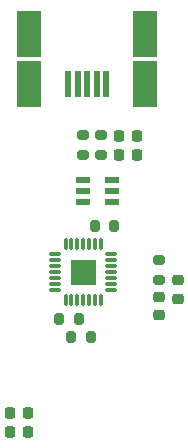
<source format=gbr>
%TF.GenerationSoftware,KiCad,Pcbnew,8.0.9-8.0.9-0~ubuntu24.04.1*%
%TF.CreationDate,2025-06-01T20:42:16+03:00*%
%TF.ProjectId,Telemetry,54656c65-6d65-4747-9279-2e6b69636164,rev?*%
%TF.SameCoordinates,Original*%
%TF.FileFunction,Paste,Top*%
%TF.FilePolarity,Positive*%
%FSLAX46Y46*%
G04 Gerber Fmt 4.6, Leading zero omitted, Abs format (unit mm)*
G04 Created by KiCad (PCBNEW 8.0.9-8.0.9-0~ubuntu24.04.1) date 2025-06-01 20:42:16*
%MOMM*%
%LPD*%
G01*
G04 APERTURE LIST*
G04 Aperture macros list*
%AMRoundRect*
0 Rectangle with rounded corners*
0 $1 Rounding radius*
0 $2 $3 $4 $5 $6 $7 $8 $9 X,Y pos of 4 corners*
0 Add a 4 corners polygon primitive as box body*
4,1,4,$2,$3,$4,$5,$6,$7,$8,$9,$2,$3,0*
0 Add four circle primitives for the rounded corners*
1,1,$1+$1,$2,$3*
1,1,$1+$1,$4,$5*
1,1,$1+$1,$6,$7*
1,1,$1+$1,$8,$9*
0 Add four rect primitives between the rounded corners*
20,1,$1+$1,$2,$3,$4,$5,0*
20,1,$1+$1,$4,$5,$6,$7,0*
20,1,$1+$1,$6,$7,$8,$9,0*
20,1,$1+$1,$8,$9,$2,$3,0*%
G04 Aperture macros list end*
%ADD10C,0.010000*%
%ADD11RoundRect,0.225000X-0.225000X-0.250000X0.225000X-0.250000X0.225000X0.250000X-0.225000X0.250000X0*%
%ADD12RoundRect,0.032500X0.452500X0.097500X-0.452500X0.097500X-0.452500X-0.097500X0.452500X-0.097500X0*%
%ADD13RoundRect,0.032500X0.097500X0.452500X-0.097500X0.452500X-0.097500X-0.452500X0.097500X-0.452500X0*%
%ADD14RoundRect,0.200000X-0.200000X-0.275000X0.200000X-0.275000X0.200000X0.275000X-0.200000X0.275000X0*%
%ADD15R,0.508000X2.260600*%
%ADD16R,2.057400X3.987800*%
%ADD17RoundRect,0.200000X-0.275000X0.200000X-0.275000X-0.200000X0.275000X-0.200000X0.275000X0.200000X0*%
%ADD18RoundRect,0.200000X0.200000X0.275000X-0.200000X0.275000X-0.200000X-0.275000X0.200000X-0.275000X0*%
%ADD19RoundRect,0.200000X0.275000X-0.200000X0.275000X0.200000X-0.275000X0.200000X-0.275000X-0.200000X0*%
%ADD20RoundRect,0.225000X-0.250000X0.225000X-0.250000X-0.225000X0.250000X-0.225000X0.250000X0.225000X0*%
%ADD21RoundRect,0.218750X0.256250X-0.218750X0.256250X0.218750X-0.256250X0.218750X-0.256250X-0.218750X0*%
%ADD22RoundRect,0.073750X-0.531250X-0.221250X0.531250X-0.221250X0.531250X0.221250X-0.531250X0.221250X0*%
G04 APERTURE END LIST*
D10*
%TO.C,U2*%
X120530000Y-79250000D02*
X118530000Y-79250000D01*
X118530000Y-77250000D01*
X120530000Y-77250000D01*
X120530000Y-79250000D01*
G36*
X120530000Y-79250000D02*
G01*
X118530000Y-79250000D01*
X118530000Y-77250000D01*
X120530000Y-77250000D01*
X120530000Y-79250000D01*
G37*
%TD*%
D11*
%TO.C,C5*%
X113310000Y-91770000D03*
X114860000Y-91770000D03*
%TD*%
%TO.C,C4*%
X113310000Y-90210000D03*
X114860000Y-90210000D03*
%TD*%
D12*
%TO.C,U2*%
X121900000Y-79750000D03*
X121900000Y-79250000D03*
X121900000Y-78750000D03*
X121900000Y-78250000D03*
X121900000Y-77750000D03*
X121900000Y-77250000D03*
X121900000Y-76750000D03*
D13*
X121030000Y-75880000D03*
X120530000Y-75880000D03*
X120030000Y-75880000D03*
X119530000Y-75880000D03*
X119030000Y-75880000D03*
X118530000Y-75880000D03*
X118030000Y-75880000D03*
D12*
X117160000Y-76750000D03*
X117160000Y-77250000D03*
X117160000Y-77750000D03*
X117160000Y-78250000D03*
X117160000Y-78750000D03*
X117160000Y-79250000D03*
X117160000Y-79750000D03*
D13*
X118030000Y-80620000D03*
X118530000Y-80620000D03*
X119030000Y-80620000D03*
X119530000Y-80620000D03*
X120030000Y-80620000D03*
X120530000Y-80620000D03*
X121030000Y-80620000D03*
%TD*%
D11*
%TO.C,C1*%
X122545000Y-66750000D03*
X124095000Y-66750000D03*
%TD*%
D14*
%TO.C,R5*%
X118495000Y-83750000D03*
X120145000Y-83750000D03*
%TD*%
D15*
%TO.C,J1*%
X121470000Y-62320800D03*
X120670000Y-62320800D03*
X119870000Y-62320800D03*
X119070000Y-62320800D03*
X118270000Y-62320800D03*
D16*
X124795000Y-62295800D03*
X114945000Y-62295800D03*
X124795000Y-58095800D03*
X114945000Y-58095800D03*
%TD*%
D17*
%TO.C,R2*%
X119470000Y-66675000D03*
X119470000Y-68325000D03*
%TD*%
D18*
%TO.C,R3*%
X122170000Y-74350000D03*
X120520000Y-74350000D03*
%TD*%
D19*
%TO.C,R1*%
X121020000Y-68325000D03*
X121020000Y-66675000D03*
%TD*%
D20*
%TO.C,C3*%
X127570000Y-78950000D03*
X127570000Y-80500000D03*
%TD*%
D11*
%TO.C,C2*%
X122545000Y-68300000D03*
X124095000Y-68300000D03*
%TD*%
D14*
%TO.C,R6*%
X117495000Y-82200000D03*
X119145000Y-82200000D03*
%TD*%
D21*
%TO.C,D1*%
X125970000Y-81900000D03*
X125970000Y-80325000D03*
%TD*%
D17*
%TO.C,R4*%
X125970000Y-77250000D03*
X125970000Y-78900000D03*
%TD*%
D22*
%TO.C,U1*%
X119465000Y-70450000D03*
X119465000Y-71400000D03*
X119465000Y-72350000D03*
X121975000Y-72350000D03*
X121975000Y-71400000D03*
X121975000Y-70450000D03*
%TD*%
M02*

</source>
